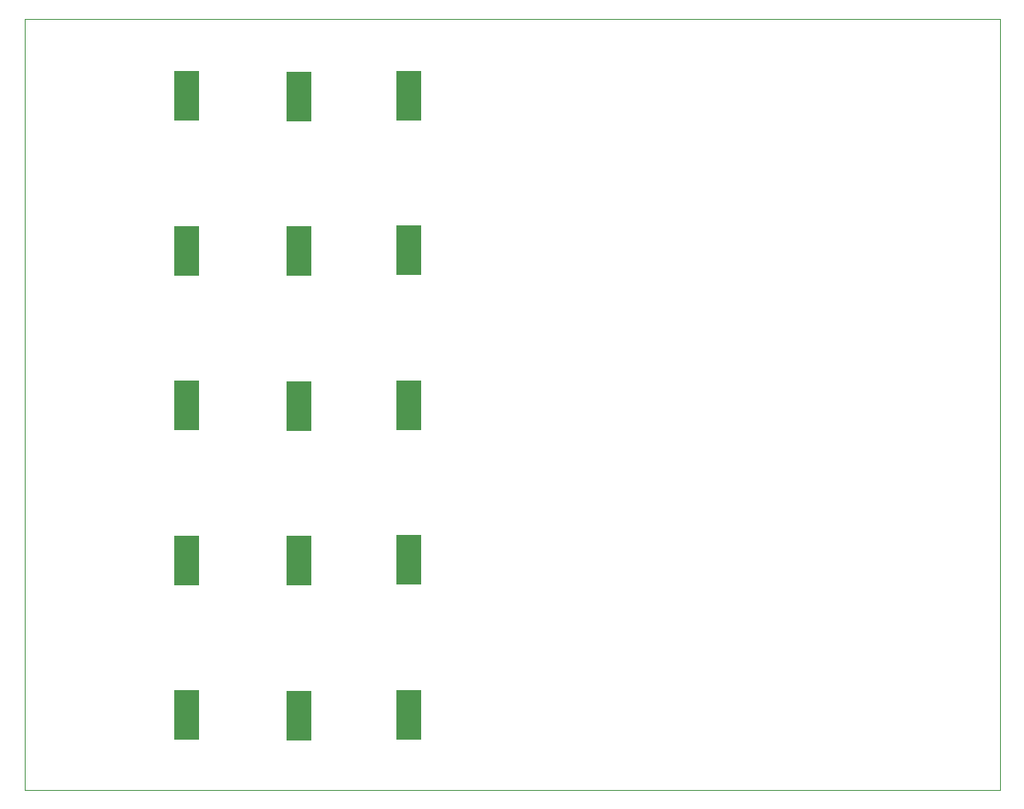
<source format=gbp>
G75*
G70*
%OFA0B0*%
%FSLAX24Y24*%
%IPPOS*%
%LPD*%
%AMOC8*
5,1,8,0,0,1.08239X$1,22.5*
%
%ADD10C,0.0000*%
%ADD11R,0.1000X0.2000*%
D10*
X000151Y001048D02*
X000151Y032169D01*
X039521Y032169D01*
X039521Y001048D01*
X000151Y001048D01*
D11*
X006698Y004056D03*
X011230Y004048D03*
X015659Y004076D03*
X011230Y010298D03*
X015659Y010326D03*
X015659Y016576D03*
X011230Y016548D03*
X006698Y016556D03*
X006698Y010306D03*
X006698Y022806D03*
X011230Y022798D03*
X015659Y022826D03*
X015659Y029076D03*
X011230Y029048D03*
X006698Y029056D03*
M02*

</source>
